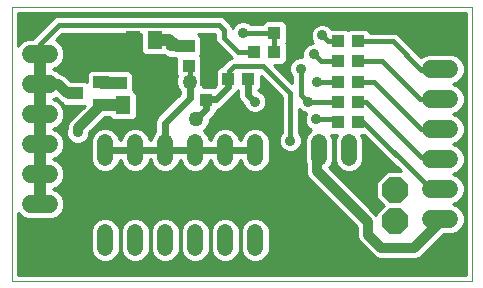
<source format=gbl>
G75*
%MOIN*%
%OFA0B0*%
%FSLAX24Y24*%
%IPPOS*%
%LPD*%
%AMOC8*
5,1,8,0,0,1.08239X$1,22.5*
%
%ADD10C,0.0000*%
%ADD11C,0.0520*%
%ADD12R,0.0433X0.0394*%
%ADD13C,0.0600*%
%ADD14R,0.0394X0.0433*%
%ADD15R,0.0512X0.0591*%
%ADD16OC8,0.0850*%
%ADD17R,0.0551X0.0394*%
%ADD18C,0.0500*%
%ADD19C,0.0160*%
%ADD20C,0.0240*%
%ADD21C,0.0400*%
%ADD22C,0.0356*%
%ADD23C,0.0100*%
%ADD24C,0.0320*%
D10*
X000542Y000150D02*
X000542Y009284D01*
X015896Y009284D01*
X015896Y000150D01*
X000542Y000150D01*
D11*
X003672Y001264D02*
X003672Y001784D01*
X004672Y001784D02*
X004672Y001264D01*
X005672Y001264D02*
X005672Y001784D01*
X006672Y001784D02*
X006672Y001264D01*
X007672Y001264D02*
X007672Y001784D01*
X008672Y001784D02*
X008672Y001264D01*
X010790Y001264D02*
X010790Y001784D01*
X011790Y001784D02*
X011790Y001264D01*
X011790Y004264D02*
X011790Y004784D01*
X010790Y004784D02*
X010790Y004264D01*
X008672Y004264D02*
X008672Y004784D01*
X007672Y004784D02*
X007672Y004264D01*
X006672Y004264D02*
X006672Y004784D01*
X005672Y004784D02*
X005672Y004264D01*
X004672Y004264D02*
X004672Y004784D01*
X003672Y004784D02*
X003672Y004264D01*
D12*
X006447Y007335D03*
X006447Y008004D03*
D13*
X001787Y007717D02*
X001187Y007717D01*
X001187Y006717D02*
X001787Y006717D01*
X001787Y005717D02*
X001187Y005717D01*
X001187Y004717D02*
X001787Y004717D01*
X001787Y003717D02*
X001187Y003717D01*
X001187Y002717D02*
X001787Y002717D01*
X001787Y001717D02*
X001187Y001717D01*
X014533Y002217D02*
X015133Y002217D01*
X015133Y003217D02*
X014533Y003217D01*
X014533Y004217D02*
X015133Y004217D01*
X015133Y005217D02*
X014533Y005217D01*
X014533Y006217D02*
X015133Y006217D01*
X015133Y007217D02*
X014533Y007217D01*
D14*
X012097Y007473D03*
X011428Y007473D03*
X011428Y008142D03*
X012097Y008142D03*
X009971Y008418D03*
X009302Y008418D03*
X009302Y007788D03*
X008632Y007788D03*
X008435Y006882D03*
X007766Y006882D03*
X007038Y006863D03*
X007038Y006193D03*
X004853Y006764D03*
X004184Y006764D03*
X011428Y006804D03*
X012097Y006804D03*
X012097Y006134D03*
X011428Y006134D03*
X011428Y005465D03*
X012097Y005465D03*
D15*
X005325Y008181D03*
X004577Y008181D03*
X004262Y006016D03*
X005010Y006016D03*
D16*
X013337Y003181D03*
X013337Y002158D03*
D17*
X003534Y006036D03*
X002668Y006410D03*
X003534Y006784D03*
D18*
X005896Y008063D03*
X006487Y006804D03*
X006684Y005544D03*
D19*
X006487Y006804D02*
X006487Y007296D01*
X006447Y007335D01*
X007786Y007158D02*
X007786Y006902D01*
X007766Y006882D01*
X007786Y007158D02*
X007943Y007315D01*
X008928Y007315D01*
X009833Y006410D01*
X009833Y004835D01*
X010699Y005544D02*
X011349Y005544D01*
X011428Y005465D01*
X012097Y005465D02*
X012274Y005465D01*
X014400Y003339D01*
X014711Y003339D01*
X014833Y003217D01*
X014833Y004217D02*
X014766Y004284D01*
X014203Y004284D01*
X012353Y006134D01*
X012097Y006134D01*
X011428Y006134D02*
X010424Y006134D01*
X010187Y006370D01*
X010187Y007237D01*
X010621Y007709D02*
X010857Y007473D01*
X011428Y007473D01*
X011054Y007473D01*
X011093Y008142D02*
X010896Y008339D01*
X011093Y008142D02*
X011428Y008142D01*
X012097Y008142D02*
X013258Y008142D01*
X014203Y007197D01*
X014813Y007197D01*
X014833Y007217D01*
X014833Y006217D02*
X014829Y006213D01*
X014164Y006213D01*
X012904Y007473D01*
X012097Y007473D01*
X012097Y006804D02*
X012628Y006804D01*
X014203Y005229D01*
X014821Y005229D01*
X014833Y005217D01*
X011428Y006804D02*
X010739Y006804D01*
X009302Y007788D02*
X009302Y008418D01*
X008258Y008418D01*
X007628Y008536D02*
X007628Y008260D01*
X008101Y007788D01*
X008632Y007788D01*
X007628Y008536D02*
X007471Y008693D01*
X002117Y008693D01*
X001487Y008063D01*
X001487Y007717D01*
D20*
X005660Y005426D02*
X005660Y004536D01*
X004684Y004536D01*
X004672Y004524D01*
X003672Y004524D01*
X005660Y004536D02*
X005672Y004524D01*
X006672Y004524D01*
X007672Y004524D01*
X008672Y004524D01*
X007038Y005898D02*
X006684Y005544D01*
X007038Y005898D02*
X007038Y006193D01*
X007058Y006213D01*
X007353Y006213D01*
X007766Y006626D01*
X007766Y006882D01*
X008435Y006882D02*
X008435Y006351D01*
X008652Y006134D01*
X006487Y006252D02*
X005660Y005426D01*
X006487Y006252D02*
X006487Y006804D01*
D21*
X006447Y008004D02*
X006073Y008004D01*
X005896Y008063D01*
X005778Y008181D01*
X005325Y008181D01*
X004184Y006764D02*
X003554Y006764D01*
X003534Y006784D01*
X003534Y006036D02*
X004243Y006036D01*
X004262Y006016D01*
X001487Y005717D02*
X001487Y004717D01*
X001487Y003717D01*
X001487Y002717D01*
X001487Y005717D02*
X001487Y006717D01*
X001487Y007717D01*
D22*
X002392Y008024D03*
X003967Y008221D03*
X007077Y008260D03*
X008258Y008418D03*
X010187Y007237D03*
X010621Y007709D03*
X010896Y008339D03*
X010739Y006804D03*
X010424Y006134D03*
X010699Y005544D03*
X009833Y004835D03*
X008652Y006134D03*
X009282Y006213D03*
X007943Y006134D03*
X008180Y003654D03*
X007195Y003654D03*
X006172Y003654D03*
X005148Y003654D03*
X004203Y003654D03*
X002707Y004244D03*
X002747Y005111D03*
X002432Y002591D03*
X009400Y002237D03*
X012510Y003772D03*
X014321Y008142D03*
D23*
X013879Y007932D02*
X015686Y007932D01*
X015686Y008030D02*
X013781Y008030D01*
X013682Y008129D02*
X015686Y008129D01*
X015686Y008227D02*
X013584Y008227D01*
X013485Y008326D02*
X015686Y008326D01*
X015686Y008424D02*
X013336Y008424D01*
X013316Y008432D02*
X012504Y008432D01*
X012504Y008446D01*
X012381Y008569D01*
X011813Y008569D01*
X011762Y008518D01*
X011711Y008569D01*
X011215Y008569D01*
X011116Y008668D01*
X010973Y008727D01*
X010819Y008727D01*
X010676Y008668D01*
X010567Y008559D01*
X010508Y008416D01*
X010508Y008262D01*
X010567Y008119D01*
X010589Y008097D01*
X010543Y008097D01*
X010401Y008038D01*
X010291Y007929D01*
X010232Y007786D01*
X010232Y007632D01*
X010235Y007625D01*
X010110Y007625D01*
X009968Y007566D01*
X009858Y007456D01*
X009799Y007314D01*
X009799Y007159D01*
X009858Y007017D01*
X009897Y006978D01*
X009897Y006756D01*
X009292Y007361D01*
X009585Y007361D01*
X009708Y007484D01*
X009708Y008091D01*
X009697Y008103D01*
X009708Y008114D01*
X009708Y008721D01*
X009585Y008844D01*
X009018Y008844D01*
X008895Y008721D01*
X008895Y008708D01*
X008517Y008708D01*
X008478Y008747D01*
X008336Y008806D01*
X008181Y008806D01*
X008038Y008747D01*
X007929Y008638D01*
X007915Y008602D01*
X007874Y008700D01*
X007717Y008858D01*
X007635Y008939D01*
X007529Y008983D01*
X002059Y008983D01*
X001952Y008939D01*
X001322Y008309D01*
X001241Y008228D01*
X001241Y008227D01*
X000752Y008227D01*
X000752Y008129D02*
X000877Y008129D01*
X000898Y008149D02*
X000754Y008006D01*
X000752Y008000D01*
X000752Y009074D01*
X015686Y009074D01*
X015686Y000360D01*
X000752Y000360D01*
X000752Y002434D01*
X000754Y002428D01*
X000898Y002285D01*
X001085Y002207D01*
X001888Y002207D01*
X002076Y002285D01*
X002219Y002428D01*
X002297Y002615D01*
X002297Y002818D01*
X002219Y003006D01*
X002076Y003149D01*
X001912Y003217D01*
X002076Y003285D01*
X002219Y003428D01*
X002297Y003615D01*
X002297Y003818D01*
X002219Y004006D01*
X002076Y004149D01*
X001912Y004217D01*
X002076Y004285D01*
X002219Y004428D01*
X002297Y004615D01*
X002297Y004818D01*
X002219Y005006D01*
X002076Y005149D01*
X001912Y005217D01*
X002076Y005285D01*
X002219Y005428D01*
X002297Y005615D01*
X002297Y005818D01*
X002219Y006006D01*
X002076Y006149D01*
X001912Y006217D01*
X002018Y006261D01*
X002079Y006200D01*
X002183Y006096D01*
X002233Y006075D01*
X002305Y006003D01*
X002978Y006003D01*
X002433Y005458D01*
X002377Y005322D01*
X002377Y005232D01*
X002358Y005188D01*
X002358Y005033D01*
X002417Y004891D01*
X002527Y004782D01*
X002669Y004723D01*
X002824Y004723D01*
X002966Y004782D01*
X003076Y004891D01*
X003135Y005033D01*
X003135Y005113D01*
X003647Y005626D01*
X003804Y005626D01*
X003919Y005511D01*
X004605Y005511D01*
X004728Y005634D01*
X004728Y006398D01*
X004605Y006521D01*
X004590Y006521D01*
X004590Y006675D01*
X004594Y006683D01*
X004594Y006846D01*
X004590Y006853D01*
X004590Y007068D01*
X004467Y007191D01*
X003900Y007191D01*
X003898Y007189D01*
X003896Y007191D01*
X003623Y007191D01*
X003615Y007194D01*
X003452Y007194D01*
X003445Y007191D01*
X003171Y007191D01*
X003048Y007068D01*
X003048Y006799D01*
X003030Y006817D01*
X002509Y006817D01*
X002295Y007031D01*
X002159Y007087D01*
X002138Y007087D01*
X002076Y007149D01*
X001912Y007217D01*
X002076Y007285D01*
X002219Y007428D01*
X002297Y007615D01*
X002297Y007818D01*
X002219Y008006D01*
X002076Y008149D01*
X002010Y008176D01*
X002237Y008403D01*
X004859Y008403D01*
X004859Y007799D01*
X004982Y007676D01*
X005633Y007676D01*
X005636Y007673D01*
X005805Y007603D01*
X005970Y007603D01*
X005992Y007594D01*
X006007Y007594D01*
X006021Y007590D01*
X006021Y007051D01*
X006071Y007001D01*
X006027Y006895D01*
X006027Y006712D01*
X006097Y006543D01*
X006157Y006483D01*
X006157Y006389D01*
X005473Y005705D01*
X005380Y005613D01*
X005330Y005491D01*
X005330Y005107D01*
X005273Y005050D01*
X005202Y004878D01*
X005141Y004878D01*
X005142Y004878D02*
X005070Y005050D01*
X004938Y005182D01*
X004765Y005254D01*
X004578Y005254D01*
X004405Y005182D01*
X004273Y005050D01*
X004202Y004878D01*
X004141Y004878D01*
X004142Y004878D02*
X004070Y005050D01*
X003938Y005182D01*
X003765Y005254D01*
X003578Y005254D01*
X003405Y005182D01*
X003273Y005050D01*
X003202Y004878D01*
X003063Y004878D01*
X003111Y004977D02*
X003243Y004977D01*
X003202Y004878D02*
X003202Y004171D01*
X003273Y003998D01*
X003405Y003866D01*
X003578Y003794D01*
X003765Y003794D01*
X003938Y003866D01*
X004070Y003998D01*
X004142Y004171D01*
X004142Y004194D01*
X004202Y004194D01*
X004202Y004171D01*
X004273Y003998D01*
X004405Y003866D01*
X004578Y003794D01*
X004765Y003794D01*
X004938Y003866D01*
X005070Y003998D01*
X005142Y004171D01*
X005142Y004206D01*
X005202Y004206D01*
X005202Y004171D01*
X005273Y003998D01*
X005405Y003866D01*
X005578Y003794D01*
X005765Y003794D01*
X005938Y003866D01*
X006070Y003998D01*
X006142Y004171D01*
X006142Y004194D01*
X006202Y004194D01*
X006202Y004171D01*
X006273Y003998D01*
X006405Y003866D01*
X006578Y003794D01*
X006765Y003794D01*
X006938Y003866D01*
X007070Y003998D01*
X007142Y004171D01*
X007142Y004194D01*
X007202Y004194D01*
X007202Y004171D01*
X007273Y003998D01*
X007405Y003866D01*
X007578Y003794D01*
X007765Y003794D01*
X007938Y003866D01*
X008070Y003998D01*
X008142Y004171D01*
X008142Y004194D01*
X008202Y004194D01*
X008202Y004171D01*
X008273Y003998D01*
X008405Y003866D01*
X008578Y003794D01*
X008765Y003794D01*
X008938Y003866D01*
X009070Y003998D01*
X009142Y004171D01*
X009142Y004878D01*
X009141Y004878D02*
X009445Y004878D01*
X009445Y004912D02*
X009445Y004758D01*
X009504Y004615D01*
X009613Y004506D01*
X009756Y004447D01*
X009910Y004447D01*
X010053Y004506D01*
X010162Y004615D01*
X010221Y004758D01*
X010221Y004912D01*
X010162Y005055D01*
X010123Y005094D01*
X010123Y005886D01*
X010204Y005805D01*
X010346Y005746D01*
X010363Y005746D01*
X010311Y005621D01*
X010311Y005466D01*
X010370Y005324D01*
X010479Y005215D01*
X010540Y005189D01*
X010524Y005182D01*
X010391Y005050D01*
X010320Y004878D01*
X010221Y004878D01*
X010221Y004780D02*
X010320Y004780D01*
X010320Y004878D02*
X010320Y004171D01*
X010369Y004053D01*
X010369Y003738D01*
X010425Y003602D01*
X010529Y003498D01*
X012062Y001965D01*
X012062Y001612D01*
X012118Y001476D01*
X012222Y001372D01*
X012655Y000939D01*
X012791Y000882D01*
X014041Y000882D01*
X014177Y000939D01*
X014281Y001043D01*
X014945Y001707D01*
X015235Y001707D01*
X015422Y001785D01*
X015565Y001928D01*
X015643Y002115D01*
X015643Y002318D01*
X015565Y002506D01*
X015422Y002649D01*
X015259Y002717D01*
X015422Y002785D01*
X015565Y002928D01*
X015643Y003115D01*
X015643Y003318D01*
X015565Y003506D01*
X015422Y003649D01*
X015259Y003717D01*
X015422Y003785D01*
X015565Y003928D01*
X015643Y004115D01*
X015643Y004318D01*
X015565Y004506D01*
X015422Y004649D01*
X015259Y004717D01*
X015422Y004785D01*
X015565Y004928D01*
X015643Y005115D01*
X015643Y005318D01*
X015565Y005506D01*
X015422Y005649D01*
X015259Y005717D01*
X015422Y005785D01*
X015565Y005928D01*
X015643Y006115D01*
X015643Y006318D01*
X015565Y006506D01*
X015422Y006649D01*
X015259Y006717D01*
X015422Y006785D01*
X015565Y006928D01*
X015643Y007115D01*
X015643Y007318D01*
X015565Y007506D01*
X015422Y007649D01*
X015235Y007727D01*
X014432Y007727D01*
X014244Y007649D01*
X014203Y007608D01*
X013423Y008388D01*
X013316Y008432D01*
X012427Y008523D02*
X015686Y008523D01*
X015686Y008621D02*
X011163Y008621D01*
X010992Y008720D02*
X015686Y008720D01*
X015686Y008818D02*
X009612Y008818D01*
X009708Y008720D02*
X010801Y008720D01*
X010629Y008621D02*
X009708Y008621D01*
X009708Y008523D02*
X010552Y008523D01*
X010511Y008424D02*
X009708Y008424D01*
X009708Y008326D02*
X010508Y008326D01*
X010522Y008227D02*
X009708Y008227D01*
X009708Y008129D02*
X010563Y008129D01*
X010393Y008030D02*
X009708Y008030D01*
X009708Y007932D02*
X010294Y007932D01*
X010252Y007833D02*
X009708Y007833D01*
X009708Y007735D02*
X010232Y007735D01*
X010232Y007636D02*
X009708Y007636D01*
X009708Y007538D02*
X009939Y007538D01*
X009851Y007439D02*
X009663Y007439D01*
X009810Y007341D02*
X009313Y007341D01*
X009411Y007242D02*
X009799Y007242D01*
X009806Y007144D02*
X009510Y007144D01*
X009608Y007045D02*
X009847Y007045D01*
X009897Y006947D02*
X009707Y006947D01*
X009805Y006848D02*
X009897Y006848D01*
X009379Y006454D02*
X008881Y006454D01*
X008872Y006463D02*
X008769Y006506D01*
X008842Y006579D01*
X008842Y006991D01*
X009543Y006290D01*
X009543Y005094D01*
X009504Y005055D01*
X009445Y004912D01*
X009472Y004977D02*
X009101Y004977D01*
X009070Y005050D02*
X008938Y005182D01*
X008765Y005254D01*
X008578Y005254D01*
X008405Y005182D01*
X008273Y005050D01*
X008202Y004878D01*
X008141Y004878D01*
X008142Y004878D02*
X008070Y005050D01*
X007938Y005182D01*
X007765Y005254D01*
X007578Y005254D01*
X007405Y005182D01*
X007273Y005050D01*
X007202Y004878D01*
X007141Y004878D01*
X007142Y004878D02*
X007070Y005050D01*
X006955Y005165D01*
X007073Y005283D01*
X007144Y005452D01*
X007144Y005537D01*
X007318Y005711D01*
X007354Y005799D01*
X007445Y005890D01*
X007445Y005894D01*
X007540Y005933D01*
X007953Y006347D01*
X008046Y006439D01*
X008055Y006460D01*
X008101Y006507D01*
X008105Y006502D01*
X008105Y006285D01*
X008156Y006164D01*
X008249Y006071D01*
X008265Y006055D01*
X008323Y005914D01*
X008432Y005805D01*
X008575Y005746D01*
X008729Y005746D01*
X008872Y005805D01*
X008981Y005914D01*
X009040Y006057D01*
X009040Y006211D01*
X008981Y006354D01*
X008872Y006463D01*
X008816Y006553D02*
X009280Y006553D01*
X009182Y006651D02*
X008842Y006651D01*
X008842Y006750D02*
X009083Y006750D01*
X008985Y006848D02*
X008842Y006848D01*
X008842Y006947D02*
X008886Y006947D01*
X008105Y006454D02*
X008052Y006454D01*
X008105Y006356D02*
X007962Y006356D01*
X007864Y006257D02*
X008117Y006257D01*
X008161Y006159D02*
X007765Y006159D01*
X007667Y006060D02*
X008260Y006060D01*
X008249Y006071D02*
X008249Y006071D01*
X008303Y005962D02*
X007568Y005962D01*
X007418Y005863D02*
X008374Y005863D01*
X008530Y005765D02*
X007340Y005765D01*
X007273Y005666D02*
X009543Y005666D01*
X009543Y005568D02*
X007174Y005568D01*
X007144Y005469D02*
X009543Y005469D01*
X009543Y005371D02*
X007110Y005371D01*
X007062Y005272D02*
X009543Y005272D01*
X009543Y005174D02*
X008947Y005174D01*
X009045Y005075D02*
X009524Y005075D01*
X009142Y004878D02*
X009070Y005050D01*
X009142Y004780D02*
X009445Y004780D01*
X009477Y004681D02*
X009142Y004681D01*
X009142Y004583D02*
X009537Y004583D01*
X009666Y004484D02*
X009142Y004484D01*
X009142Y004386D02*
X010320Y004386D01*
X010320Y004484D02*
X010000Y004484D01*
X010129Y004583D02*
X010320Y004583D01*
X010320Y004681D02*
X010189Y004681D01*
X010195Y004977D02*
X010361Y004977D01*
X010416Y005075D02*
X010142Y005075D01*
X010123Y005174D02*
X010515Y005174D01*
X010422Y005272D02*
X010123Y005272D01*
X010123Y005371D02*
X010351Y005371D01*
X010311Y005469D02*
X010123Y005469D01*
X010123Y005568D02*
X010311Y005568D01*
X010330Y005666D02*
X010123Y005666D01*
X010123Y005765D02*
X010302Y005765D01*
X010146Y005863D02*
X010123Y005863D01*
X009543Y005863D02*
X008930Y005863D01*
X009001Y005962D02*
X009543Y005962D01*
X009543Y006060D02*
X009040Y006060D01*
X009040Y006159D02*
X009543Y006159D01*
X009543Y006257D02*
X009021Y006257D01*
X008980Y006356D02*
X009477Y006356D01*
X009543Y005765D02*
X008774Y005765D01*
X008397Y005174D02*
X007947Y005174D01*
X008045Y005075D02*
X008298Y005075D01*
X008243Y004977D02*
X008101Y004977D01*
X008142Y004878D02*
X008142Y004854D01*
X008202Y004854D01*
X008202Y004878D01*
X007397Y005174D02*
X006964Y005174D01*
X007045Y005075D02*
X007298Y005075D01*
X007243Y004977D02*
X007101Y004977D01*
X007142Y004878D02*
X007142Y004854D01*
X007202Y004854D01*
X007202Y004878D01*
X007202Y004189D02*
X007142Y004189D01*
X007108Y004090D02*
X007235Y004090D01*
X007280Y003992D02*
X007064Y003992D01*
X006965Y003893D02*
X007378Y003893D01*
X007577Y003795D02*
X006766Y003795D01*
X006577Y003795D02*
X005766Y003795D01*
X005577Y003795D02*
X004766Y003795D01*
X004577Y003795D02*
X003766Y003795D01*
X003965Y003893D02*
X004378Y003893D01*
X004280Y003992D02*
X004064Y003992D01*
X004108Y004090D02*
X004235Y004090D01*
X004202Y004189D02*
X004142Y004189D01*
X003577Y003795D02*
X002297Y003795D01*
X002297Y003696D02*
X010386Y003696D01*
X010369Y003795D02*
X008766Y003795D01*
X008577Y003795D02*
X007766Y003795D01*
X007965Y003893D02*
X008378Y003893D01*
X008280Y003992D02*
X008064Y003992D01*
X008108Y004090D02*
X008235Y004090D01*
X008202Y004189D02*
X008142Y004189D01*
X008965Y003893D02*
X010369Y003893D01*
X010369Y003992D02*
X009064Y003992D01*
X009108Y004090D02*
X010353Y004090D01*
X010320Y004189D02*
X009142Y004189D01*
X009142Y004287D02*
X010320Y004287D01*
X011132Y003941D02*
X011188Y003998D01*
X011260Y004171D01*
X011260Y004878D01*
X011320Y004878D01*
X011320Y004171D01*
X011391Y003998D01*
X011524Y003866D01*
X011696Y003794D01*
X011883Y003794D01*
X012056Y003866D01*
X012188Y003998D01*
X012260Y004171D01*
X012260Y004878D01*
X012451Y004878D01*
X012549Y004780D02*
X012260Y004780D01*
X012260Y004878D02*
X012193Y005038D01*
X012290Y005038D01*
X013512Y003816D01*
X013074Y003816D01*
X012702Y003445D01*
X012702Y002918D01*
X012951Y002670D01*
X012702Y002421D01*
X012702Y002371D01*
X011132Y003941D01*
X011180Y003893D02*
X011496Y003893D01*
X011398Y003992D02*
X011182Y003992D01*
X011226Y004090D02*
X011353Y004090D01*
X011320Y004189D02*
X011260Y004189D01*
X011260Y004287D02*
X011320Y004287D01*
X011320Y004386D02*
X011260Y004386D01*
X011260Y004484D02*
X011320Y004484D01*
X011320Y004583D02*
X011260Y004583D01*
X011260Y004681D02*
X011320Y004681D01*
X011320Y004780D02*
X011260Y004780D01*
X011260Y004878D02*
X011193Y005038D01*
X011386Y005038D01*
X011320Y004878D01*
X011361Y004977D02*
X011219Y004977D01*
X012219Y004977D02*
X012352Y004977D01*
X012260Y004681D02*
X012648Y004681D01*
X012746Y004583D02*
X012260Y004583D01*
X012260Y004484D02*
X012845Y004484D01*
X012943Y004386D02*
X012260Y004386D01*
X012260Y004287D02*
X013042Y004287D01*
X013140Y004189D02*
X012260Y004189D01*
X012226Y004090D02*
X013239Y004090D01*
X013337Y003992D02*
X012182Y003992D01*
X012083Y003893D02*
X013436Y003893D01*
X013052Y003795D02*
X011884Y003795D01*
X011695Y003795D02*
X011279Y003795D01*
X011377Y003696D02*
X012954Y003696D01*
X012855Y003598D02*
X011476Y003598D01*
X011574Y003499D02*
X012757Y003499D01*
X012702Y003401D02*
X011673Y003401D01*
X011771Y003302D02*
X012702Y003302D01*
X012702Y003204D02*
X011870Y003204D01*
X011968Y003105D02*
X012702Y003105D01*
X012702Y003007D02*
X012067Y003007D01*
X012165Y002908D02*
X012713Y002908D01*
X012811Y002810D02*
X012264Y002810D01*
X012362Y002711D02*
X012910Y002711D01*
X012894Y002613D02*
X012461Y002613D01*
X012559Y002514D02*
X012795Y002514D01*
X012702Y002416D02*
X012658Y002416D01*
X012005Y002022D02*
X009082Y002022D01*
X009070Y002050D02*
X008938Y002182D01*
X008765Y002254D01*
X008578Y002254D01*
X008405Y002182D01*
X008273Y002050D01*
X008202Y001878D01*
X008202Y001171D01*
X008273Y000998D01*
X008405Y000866D01*
X008578Y000794D01*
X008765Y000794D01*
X008938Y000866D01*
X009070Y000998D01*
X009142Y001171D01*
X009142Y001878D01*
X009070Y002050D01*
X009000Y002120D02*
X011907Y002120D01*
X011808Y002219D02*
X008851Y002219D01*
X008492Y002219D02*
X007851Y002219D01*
X007765Y002254D02*
X007938Y002182D01*
X008070Y002050D01*
X008142Y001878D01*
X008142Y001171D01*
X008070Y000998D01*
X007938Y000866D01*
X007765Y000794D01*
X007578Y000794D01*
X007405Y000866D01*
X007273Y000998D01*
X007202Y001171D01*
X007202Y001878D01*
X007273Y002050D01*
X007405Y002182D01*
X007578Y002254D01*
X007765Y002254D01*
X008000Y002120D02*
X008343Y002120D01*
X008261Y002022D02*
X008082Y002022D01*
X008123Y001923D02*
X008221Y001923D01*
X008202Y001825D02*
X008142Y001825D01*
X008142Y001726D02*
X008202Y001726D01*
X008202Y001628D02*
X008142Y001628D01*
X008142Y001529D02*
X008202Y001529D01*
X008202Y001431D02*
X008142Y001431D01*
X008142Y001332D02*
X008202Y001332D01*
X008202Y001234D02*
X008142Y001234D01*
X008127Y001135D02*
X008216Y001135D01*
X008257Y001037D02*
X008086Y001037D01*
X008010Y000938D02*
X008333Y000938D01*
X008468Y000840D02*
X007875Y000840D01*
X007468Y000840D02*
X006875Y000840D01*
X006938Y000866D02*
X007070Y000998D01*
X007142Y001171D01*
X007142Y001878D01*
X007070Y002050D01*
X006938Y002182D01*
X006765Y002254D01*
X006578Y002254D01*
X006405Y002182D01*
X006273Y002050D01*
X006202Y001878D01*
X006202Y001171D01*
X006273Y000998D01*
X006405Y000866D01*
X006578Y000794D01*
X006765Y000794D01*
X006938Y000866D01*
X007010Y000938D02*
X007333Y000938D01*
X007257Y001037D02*
X007086Y001037D01*
X007127Y001135D02*
X007216Y001135D01*
X007202Y001234D02*
X007142Y001234D01*
X007142Y001332D02*
X007202Y001332D01*
X007202Y001431D02*
X007142Y001431D01*
X007142Y001529D02*
X007202Y001529D01*
X007202Y001628D02*
X007142Y001628D01*
X007142Y001726D02*
X007202Y001726D01*
X007202Y001825D02*
X007142Y001825D01*
X007123Y001923D02*
X007221Y001923D01*
X007261Y002022D02*
X007082Y002022D01*
X007000Y002120D02*
X007343Y002120D01*
X007492Y002219D02*
X006851Y002219D01*
X006492Y002219D02*
X005851Y002219D01*
X005765Y002254D02*
X005578Y002254D01*
X005405Y002182D01*
X005273Y002050D01*
X005202Y001878D01*
X005202Y001171D01*
X005273Y000998D01*
X005405Y000866D01*
X005578Y000794D01*
X005765Y000794D01*
X005938Y000866D01*
X006070Y000998D01*
X006142Y001171D01*
X006142Y001878D01*
X006070Y002050D01*
X005938Y002182D01*
X005765Y002254D01*
X006000Y002120D02*
X006343Y002120D01*
X006261Y002022D02*
X006082Y002022D01*
X006123Y001923D02*
X006221Y001923D01*
X006202Y001825D02*
X006142Y001825D01*
X006142Y001726D02*
X006202Y001726D01*
X006202Y001628D02*
X006142Y001628D01*
X006142Y001529D02*
X006202Y001529D01*
X006202Y001431D02*
X006142Y001431D01*
X006142Y001332D02*
X006202Y001332D01*
X006202Y001234D02*
X006142Y001234D01*
X006127Y001135D02*
X006216Y001135D01*
X006257Y001037D02*
X006086Y001037D01*
X006010Y000938D02*
X006333Y000938D01*
X006468Y000840D02*
X005875Y000840D01*
X005468Y000840D02*
X004875Y000840D01*
X004938Y000866D02*
X004765Y000794D01*
X004578Y000794D01*
X004405Y000866D01*
X004273Y000998D01*
X004202Y001171D01*
X004202Y001878D01*
X004273Y002050D01*
X004405Y002182D01*
X004578Y002254D01*
X004765Y002254D01*
X004938Y002182D01*
X005070Y002050D01*
X005142Y001878D01*
X005142Y001171D01*
X005070Y000998D01*
X004938Y000866D01*
X005010Y000938D02*
X005333Y000938D01*
X005257Y001037D02*
X005086Y001037D01*
X005127Y001135D02*
X005216Y001135D01*
X005202Y001234D02*
X005142Y001234D01*
X005142Y001332D02*
X005202Y001332D01*
X005202Y001431D02*
X005142Y001431D01*
X005142Y001529D02*
X005202Y001529D01*
X005202Y001628D02*
X005142Y001628D01*
X005142Y001726D02*
X005202Y001726D01*
X005202Y001825D02*
X005142Y001825D01*
X005123Y001923D02*
X005221Y001923D01*
X005261Y002022D02*
X005082Y002022D01*
X005000Y002120D02*
X005343Y002120D01*
X005492Y002219D02*
X004851Y002219D01*
X004492Y002219D02*
X003851Y002219D01*
X003765Y002254D02*
X003578Y002254D01*
X003405Y002182D01*
X003273Y002050D01*
X003202Y001878D01*
X003202Y001171D01*
X003273Y000998D01*
X003405Y000866D01*
X003578Y000794D01*
X003765Y000794D01*
X003938Y000866D01*
X004070Y000998D01*
X004142Y001171D01*
X004142Y001878D01*
X004070Y002050D01*
X003938Y002182D01*
X003765Y002254D01*
X004000Y002120D02*
X004343Y002120D01*
X004261Y002022D02*
X004082Y002022D01*
X004123Y001923D02*
X004221Y001923D01*
X004202Y001825D02*
X004142Y001825D01*
X004142Y001726D02*
X004202Y001726D01*
X004202Y001628D02*
X004142Y001628D01*
X004142Y001529D02*
X004202Y001529D01*
X004202Y001431D02*
X004142Y001431D01*
X004142Y001332D02*
X004202Y001332D01*
X004202Y001234D02*
X004142Y001234D01*
X004127Y001135D02*
X004216Y001135D01*
X004257Y001037D02*
X004086Y001037D01*
X004010Y000938D02*
X004333Y000938D01*
X004468Y000840D02*
X003875Y000840D01*
X003468Y000840D02*
X000752Y000840D01*
X000752Y000938D02*
X003333Y000938D01*
X003257Y001037D02*
X000752Y001037D01*
X000752Y001135D02*
X003216Y001135D01*
X003202Y001234D02*
X000752Y001234D01*
X000752Y001332D02*
X003202Y001332D01*
X003202Y001431D02*
X000752Y001431D01*
X000752Y001529D02*
X003202Y001529D01*
X003202Y001628D02*
X000752Y001628D01*
X000752Y001726D02*
X003202Y001726D01*
X003202Y001825D02*
X000752Y001825D01*
X000752Y001923D02*
X003221Y001923D01*
X003261Y002022D02*
X000752Y002022D01*
X000752Y002120D02*
X003343Y002120D01*
X003492Y002219D02*
X001916Y002219D01*
X002108Y002317D02*
X011710Y002317D01*
X011611Y002416D02*
X002206Y002416D01*
X002255Y002514D02*
X011513Y002514D01*
X011414Y002613D02*
X002295Y002613D01*
X002297Y002711D02*
X011316Y002711D01*
X011217Y002810D02*
X002297Y002810D01*
X002260Y002908D02*
X011119Y002908D01*
X011020Y003007D02*
X002218Y003007D01*
X002120Y003105D02*
X010922Y003105D01*
X010823Y003204D02*
X001945Y003204D01*
X002093Y003302D02*
X010725Y003302D01*
X010626Y003401D02*
X002191Y003401D01*
X002248Y003499D02*
X010528Y003499D01*
X010429Y003598D02*
X002289Y003598D01*
X002266Y003893D02*
X003378Y003893D01*
X003280Y003992D02*
X002225Y003992D01*
X002135Y004090D02*
X003235Y004090D01*
X003202Y004189D02*
X001981Y004189D01*
X002078Y004287D02*
X003202Y004287D01*
X003202Y004386D02*
X002176Y004386D01*
X002242Y004484D02*
X003202Y004484D01*
X003202Y004583D02*
X002283Y004583D01*
X002297Y004681D02*
X003202Y004681D01*
X003202Y004780D02*
X002961Y004780D01*
X003135Y005075D02*
X003298Y005075D01*
X003397Y005174D02*
X003195Y005174D01*
X003293Y005272D02*
X005330Y005272D01*
X005330Y005174D02*
X004947Y005174D01*
X005045Y005075D02*
X005298Y005075D01*
X005243Y004977D02*
X005101Y004977D01*
X005142Y004878D02*
X005142Y004866D01*
X005202Y004866D01*
X005202Y004878D01*
X005330Y005371D02*
X003392Y005371D01*
X003490Y005469D02*
X005330Y005469D01*
X005361Y005568D02*
X004662Y005568D01*
X004728Y005666D02*
X005434Y005666D01*
X005532Y005765D02*
X004728Y005765D01*
X004728Y005863D02*
X005631Y005863D01*
X005729Y005962D02*
X004728Y005962D01*
X004728Y006060D02*
X005828Y006060D01*
X005926Y006159D02*
X004728Y006159D01*
X004728Y006257D02*
X006025Y006257D01*
X006123Y006356D02*
X004728Y006356D01*
X004673Y006454D02*
X006157Y006454D01*
X006093Y006553D02*
X004590Y006553D01*
X004590Y006651D02*
X006052Y006651D01*
X006027Y006750D02*
X004594Y006750D01*
X004593Y006848D02*
X006027Y006848D01*
X006048Y006947D02*
X004590Y006947D01*
X004590Y007045D02*
X006027Y007045D01*
X006021Y007144D02*
X004515Y007144D01*
X004924Y007735D02*
X002297Y007735D01*
X002291Y007833D02*
X004859Y007833D01*
X004859Y007932D02*
X002250Y007932D01*
X002195Y008030D02*
X004859Y008030D01*
X004859Y008129D02*
X002096Y008129D01*
X002060Y008227D02*
X004859Y008227D01*
X004859Y008326D02*
X002159Y008326D01*
X001634Y008621D02*
X000752Y008621D01*
X000752Y008523D02*
X001536Y008523D01*
X001437Y008424D02*
X000752Y008424D01*
X000752Y008326D02*
X001339Y008326D01*
X001241Y008227D02*
X001085Y008227D01*
X000898Y008149D01*
X000779Y008030D02*
X000752Y008030D01*
X000752Y008720D02*
X001733Y008720D01*
X001831Y008818D02*
X000752Y008818D01*
X000752Y008917D02*
X001930Y008917D01*
X000752Y009015D02*
X015686Y009015D01*
X015686Y008917D02*
X007658Y008917D01*
X007717Y008858D02*
X007717Y008858D01*
X007756Y008818D02*
X008992Y008818D01*
X008895Y008720D02*
X008505Y008720D01*
X008011Y008720D02*
X007855Y008720D01*
X007907Y008621D02*
X007922Y008621D01*
X007338Y008403D02*
X007338Y008318D01*
X007338Y008203D01*
X007383Y008096D01*
X007877Y007602D01*
X007779Y007561D01*
X007698Y007480D01*
X007540Y007322D01*
X007535Y007309D01*
X007482Y007309D01*
X007359Y007186D01*
X007359Y006686D01*
X007293Y006620D01*
X006908Y006620D01*
X006947Y006712D01*
X006947Y006895D01*
X006877Y007064D01*
X006874Y007067D01*
X006874Y007619D01*
X006823Y007670D01*
X006874Y007720D01*
X006874Y008288D01*
X006759Y008403D01*
X007338Y008403D01*
X007338Y008326D02*
X006836Y008326D01*
X006874Y008227D02*
X007338Y008227D01*
X007369Y008129D02*
X006874Y008129D01*
X006874Y008030D02*
X007448Y008030D01*
X007547Y007932D02*
X006874Y007932D01*
X006874Y007833D02*
X007645Y007833D01*
X007744Y007735D02*
X006874Y007735D01*
X006857Y007636D02*
X007842Y007636D01*
X007755Y007538D02*
X006874Y007538D01*
X006874Y007439D02*
X007657Y007439D01*
X007558Y007341D02*
X006874Y007341D01*
X006874Y007242D02*
X007416Y007242D01*
X007359Y007144D02*
X006874Y007144D01*
X006885Y007045D02*
X007359Y007045D01*
X007359Y006947D02*
X006925Y006947D01*
X006947Y006848D02*
X007359Y006848D01*
X007359Y006750D02*
X006947Y006750D01*
X006921Y006651D02*
X007324Y006651D01*
X006021Y007242D02*
X001973Y007242D01*
X002081Y007144D02*
X003124Y007144D01*
X003048Y007045D02*
X002260Y007045D01*
X002379Y006947D02*
X003048Y006947D01*
X003048Y006848D02*
X002477Y006848D01*
X002132Y007341D02*
X006021Y007341D01*
X006021Y007439D02*
X002224Y007439D01*
X002264Y007538D02*
X006021Y007538D01*
X005726Y007636D02*
X002297Y007636D01*
X002022Y006257D02*
X002009Y006257D01*
X002053Y006159D02*
X002120Y006159D01*
X002165Y006060D02*
X002248Y006060D01*
X002237Y005962D02*
X002936Y005962D01*
X002838Y005863D02*
X002278Y005863D01*
X002297Y005765D02*
X002739Y005765D01*
X002641Y005666D02*
X002297Y005666D01*
X002277Y005568D02*
X002542Y005568D01*
X002444Y005469D02*
X002236Y005469D01*
X002161Y005371D02*
X002397Y005371D01*
X002377Y005272D02*
X002045Y005272D01*
X002017Y005174D02*
X002358Y005174D01*
X002358Y005075D02*
X002150Y005075D01*
X002231Y004977D02*
X002382Y004977D01*
X002430Y004878D02*
X002272Y004878D01*
X002297Y004780D02*
X002532Y004780D01*
X003589Y005568D02*
X003863Y005568D01*
X003947Y005174D02*
X004397Y005174D01*
X004298Y005075D02*
X004045Y005075D01*
X004101Y004977D02*
X004243Y004977D01*
X004202Y004878D02*
X004202Y004854D01*
X004142Y004854D01*
X004142Y004878D01*
X005142Y004189D02*
X005202Y004189D01*
X005235Y004090D02*
X005108Y004090D01*
X005064Y003992D02*
X005280Y003992D01*
X005378Y003893D02*
X004965Y003893D01*
X005965Y003893D02*
X006378Y003893D01*
X006280Y003992D02*
X006064Y003992D01*
X006108Y004090D02*
X006235Y004090D01*
X006202Y004189D02*
X006142Y004189D01*
X009123Y001923D02*
X012062Y001923D01*
X012062Y001825D02*
X009142Y001825D01*
X009142Y001726D02*
X012062Y001726D01*
X012062Y001628D02*
X009142Y001628D01*
X009142Y001529D02*
X012096Y001529D01*
X012163Y001431D02*
X009142Y001431D01*
X009142Y001332D02*
X012262Y001332D01*
X012360Y001234D02*
X009142Y001234D01*
X009127Y001135D02*
X012459Y001135D01*
X012557Y001037D02*
X009086Y001037D01*
X009010Y000938D02*
X012657Y000938D01*
X014175Y000938D02*
X015686Y000938D01*
X015686Y000840D02*
X008875Y000840D01*
X014274Y001037D02*
X015686Y001037D01*
X015686Y001135D02*
X014373Y001135D01*
X014471Y001234D02*
X015686Y001234D01*
X015686Y001332D02*
X014570Y001332D01*
X014668Y001431D02*
X015686Y001431D01*
X015686Y001529D02*
X014767Y001529D01*
X014865Y001628D02*
X015686Y001628D01*
X015686Y001726D02*
X015281Y001726D01*
X015462Y001825D02*
X015686Y001825D01*
X015686Y001923D02*
X015560Y001923D01*
X015604Y002022D02*
X015686Y002022D01*
X015686Y002120D02*
X015643Y002120D01*
X015643Y002219D02*
X015686Y002219D01*
X015686Y002317D02*
X015643Y002317D01*
X015603Y002416D02*
X015686Y002416D01*
X015686Y002514D02*
X015557Y002514D01*
X015459Y002613D02*
X015686Y002613D01*
X015686Y002711D02*
X015273Y002711D01*
X015447Y002810D02*
X015686Y002810D01*
X015686Y002908D02*
X015545Y002908D01*
X015598Y003007D02*
X015686Y003007D01*
X015686Y003105D02*
X015639Y003105D01*
X015643Y003204D02*
X015686Y003204D01*
X015686Y003302D02*
X015643Y003302D01*
X015609Y003401D02*
X015686Y003401D01*
X015686Y003499D02*
X015568Y003499D01*
X015474Y003598D02*
X015686Y003598D01*
X015686Y003696D02*
X015309Y003696D01*
X015432Y003795D02*
X015686Y003795D01*
X015686Y003893D02*
X015530Y003893D01*
X015592Y003992D02*
X015686Y003992D01*
X015686Y004090D02*
X015633Y004090D01*
X015643Y004189D02*
X015686Y004189D01*
X015686Y004287D02*
X015643Y004287D01*
X015615Y004386D02*
X015686Y004386D01*
X015686Y004484D02*
X015575Y004484D01*
X015489Y004583D02*
X015686Y004583D01*
X015686Y004681D02*
X015345Y004681D01*
X015410Y004780D02*
X015686Y004780D01*
X015686Y004878D02*
X015515Y004878D01*
X015586Y004977D02*
X015686Y004977D01*
X015686Y005075D02*
X015626Y005075D01*
X015643Y005174D02*
X015686Y005174D01*
X015686Y005272D02*
X015643Y005272D01*
X015622Y005371D02*
X015686Y005371D01*
X015686Y005469D02*
X015581Y005469D01*
X015504Y005568D02*
X015686Y005568D01*
X015686Y005666D02*
X015382Y005666D01*
X015374Y005765D02*
X015686Y005765D01*
X015686Y005863D02*
X015500Y005863D01*
X015579Y005962D02*
X015686Y005962D01*
X015686Y006060D02*
X015620Y006060D01*
X015643Y006159D02*
X015686Y006159D01*
X015686Y006257D02*
X015643Y006257D01*
X015628Y006356D02*
X015686Y006356D01*
X015686Y006454D02*
X015587Y006454D01*
X015519Y006553D02*
X015686Y006553D01*
X015686Y006651D02*
X015418Y006651D01*
X015337Y006750D02*
X015686Y006750D01*
X015686Y006848D02*
X015485Y006848D01*
X015573Y006947D02*
X015686Y006947D01*
X015686Y007045D02*
X015614Y007045D01*
X015643Y007144D02*
X015686Y007144D01*
X015686Y007242D02*
X015643Y007242D01*
X015634Y007341D02*
X015686Y007341D01*
X015686Y007439D02*
X015593Y007439D01*
X015534Y007538D02*
X015686Y007538D01*
X015686Y007636D02*
X015435Y007636D01*
X015686Y007735D02*
X014076Y007735D01*
X013978Y007833D02*
X015686Y007833D01*
X014231Y007636D02*
X014175Y007636D01*
X011767Y008523D02*
X011758Y008523D01*
X001057Y002219D02*
X000752Y002219D01*
X000752Y002317D02*
X000865Y002317D01*
X000767Y002416D02*
X000752Y002416D01*
X000752Y000741D02*
X015686Y000741D01*
X015686Y000643D02*
X000752Y000643D01*
X000752Y000544D02*
X015686Y000544D01*
X015686Y000446D02*
X000752Y000446D01*
D24*
X002747Y005111D02*
X002747Y005248D01*
X003534Y006036D01*
X002668Y006410D02*
X002392Y006410D01*
X002085Y006717D01*
X001487Y006717D01*
X010739Y004473D02*
X010739Y003811D01*
X012432Y002119D01*
X012432Y001685D01*
X012865Y001252D01*
X013967Y001252D01*
X014833Y002119D01*
X014833Y002217D01*
X010790Y004524D02*
X010739Y004473D01*
M02*

</source>
